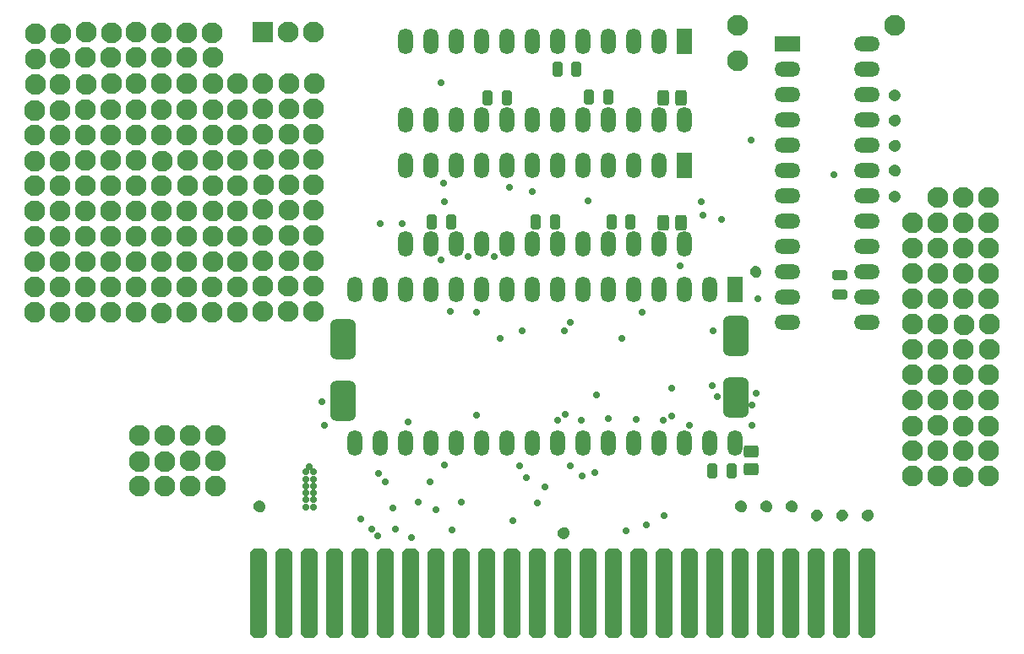
<source format=gbs>
G04*
G04 #@! TF.GenerationSoftware,Altium Limited,Altium Designer,19.0.7 (175)*
G04*
G04 Layer_Color=16711935*
%FSLAX25Y25*%
%MOIN*%
G70*
G01*
G75*
%ADD11C,0.02362*%
%ADD12R,0.00787X0.00787*%
%ADD13R,0.00787X0.00787*%
G04:AMPARAMS|DCode=15|XSize=69.94mil|YSize=353.94mil|CornerRadius=0mil|HoleSize=0mil|Usage=FLASHONLY|Rotation=0.000|XOffset=0mil|YOffset=0mil|HoleType=Round|Shape=Octagon|*
%AMOCTAGOND15*
4,1,8,-0.01748,0.17697,0.01748,0.17697,0.03497,0.15948,0.03497,-0.15948,0.01748,-0.17697,-0.01748,-0.17697,-0.03497,-0.15948,-0.03497,0.15948,-0.01748,0.17697,0.0*
%
%ADD15OCTAGOND15*%

%ADD16C,0.08268*%
%ADD17R,0.08268X0.08268*%
%ADD18O,0.05906X0.10236*%
%ADD19R,0.05906X0.10236*%
%ADD20R,0.10236X0.05906*%
%ADD21O,0.10236X0.05906*%
%ADD22C,0.02756*%
G04:AMPARAMS|DCode=43|XSize=59.06mil|YSize=41.34mil|CornerRadius=11.32mil|HoleSize=0mil|Usage=FLASHONLY|Rotation=270.000|XOffset=0mil|YOffset=0mil|HoleType=Round|Shape=RoundedRectangle|*
%AMROUNDEDRECTD43*
21,1,0.05906,0.01870,0,0,270.0*
21,1,0.03642,0.04134,0,0,270.0*
1,1,0.02264,-0.00935,-0.01821*
1,1,0.02264,-0.00935,0.01821*
1,1,0.02264,0.00935,0.01821*
1,1,0.02264,0.00935,-0.01821*
%
%ADD43ROUNDEDRECTD43*%
G04:AMPARAMS|DCode=44|XSize=62.99mil|YSize=49.21mil|CornerRadius=14.27mil|HoleSize=0mil|Usage=FLASHONLY|Rotation=90.000|XOffset=0mil|YOffset=0mil|HoleType=Round|Shape=RoundedRectangle|*
%AMROUNDEDRECTD44*
21,1,0.06299,0.02067,0,0,90.0*
21,1,0.03445,0.04921,0,0,90.0*
1,1,0.02854,0.01034,0.01722*
1,1,0.02854,0.01034,-0.01722*
1,1,0.02854,-0.01034,-0.01722*
1,1,0.02854,-0.01034,0.01722*
%
%ADD44ROUNDEDRECTD44*%
G04:AMPARAMS|DCode=45|XSize=62.99mil|YSize=49.21mil|CornerRadius=14.27mil|HoleSize=0mil|Usage=FLASHONLY|Rotation=180.000|XOffset=0mil|YOffset=0mil|HoleType=Round|Shape=RoundedRectangle|*
%AMROUNDEDRECTD45*
21,1,0.06299,0.02067,0,0,180.0*
21,1,0.03445,0.04921,0,0,180.0*
1,1,0.02854,-0.01722,0.01034*
1,1,0.02854,0.01722,0.01034*
1,1,0.02854,0.01722,-0.01034*
1,1,0.02854,-0.01722,-0.01034*
%
%ADD45ROUNDEDRECTD45*%
G04:AMPARAMS|DCode=46|XSize=100.39mil|YSize=161.42mil|CornerRadius=26.08mil|HoleSize=0mil|Usage=FLASHONLY|Rotation=0.000|XOffset=0mil|YOffset=0mil|HoleType=Round|Shape=RoundedRectangle|*
%AMROUNDEDRECTD46*
21,1,0.10039,0.10925,0,0,0.0*
21,1,0.04823,0.16142,0,0,0.0*
1,1,0.05217,0.02411,-0.05463*
1,1,0.05217,-0.02411,-0.05463*
1,1,0.05217,-0.02411,0.05463*
1,1,0.05217,0.02411,0.05463*
%
%ADD46ROUNDEDRECTD46*%
G04:AMPARAMS|DCode=47|XSize=59.06mil|YSize=41.34mil|CornerRadius=11.32mil|HoleSize=0mil|Usage=FLASHONLY|Rotation=0.000|XOffset=0mil|YOffset=0mil|HoleType=Round|Shape=RoundedRectangle|*
%AMROUNDEDRECTD47*
21,1,0.05906,0.01870,0,0,0.0*
21,1,0.03642,0.04134,0,0,0.0*
1,1,0.02264,0.01821,-0.00935*
1,1,0.02264,-0.01821,-0.00935*
1,1,0.02264,-0.01821,0.00935*
1,1,0.02264,0.01821,0.00935*
%
%ADD47ROUNDEDRECTD47*%
D11*
X216850Y-206991D02*
X216406Y-206067D01*
X215406Y-205839D01*
X214605Y-206478D01*
Y-207503D01*
X215406Y-208142D01*
X216406Y-207914D01*
X216850Y-206991D01*
X292707Y-103937D02*
X292262Y-103014D01*
X291263Y-102786D01*
X290462Y-103425D01*
Y-104449D01*
X291263Y-105088D01*
X292262Y-104860D01*
X292707Y-103937D01*
X347638Y-74114D02*
X347193Y-73191D01*
X346194Y-72963D01*
X345393Y-73602D01*
Y-74627D01*
X346194Y-75266D01*
X347193Y-75038D01*
X347638Y-74114D01*
Y-63878D02*
X347193Y-62954D01*
X346194Y-62726D01*
X345393Y-63366D01*
Y-64390D01*
X346194Y-65029D01*
X347193Y-64801D01*
X347638Y-63878D01*
Y-54035D02*
X347193Y-53112D01*
X346194Y-52884D01*
X345393Y-53523D01*
Y-54548D01*
X346194Y-55187D01*
X347193Y-54959D01*
X347638Y-54035D01*
Y-43996D02*
X347193Y-43073D01*
X346194Y-42845D01*
X345393Y-43484D01*
Y-44508D01*
X346194Y-45148D01*
X347193Y-44919D01*
X347638Y-43996D01*
X347539Y-34095D02*
X347095Y-33171D01*
X346095Y-32943D01*
X345294Y-33582D01*
Y-34607D01*
X346095Y-35246D01*
X347095Y-35018D01*
X347539Y-34095D01*
X96850Y-196555D02*
X96406Y-195632D01*
X95407Y-195404D01*
X94605Y-196043D01*
Y-197068D01*
X95407Y-197707D01*
X96406Y-197478D01*
X96850Y-196555D01*
X316831Y-200000D02*
X316386Y-199077D01*
X315387Y-198848D01*
X314585Y-199487D01*
Y-200513D01*
X315387Y-201151D01*
X316386Y-200923D01*
X316831Y-200000D01*
X326772Y-200020D02*
X326327Y-199096D01*
X325328Y-198868D01*
X324526Y-199507D01*
Y-200532D01*
X325328Y-201171D01*
X326327Y-200943D01*
X326772Y-200020D01*
X286850Y-196555D02*
X286406Y-195632D01*
X285406Y-195404D01*
X284605Y-196043D01*
Y-197068D01*
X285406Y-197707D01*
X286406Y-197478D01*
X286850Y-196555D01*
X296850D02*
X296406Y-195632D01*
X295407Y-195404D01*
X294605Y-196043D01*
Y-197068D01*
X295407Y-197707D01*
X296406Y-197478D01*
X296850Y-196555D01*
X306850D02*
X306406Y-195632D01*
X305406Y-195404D01*
X304605Y-196043D01*
Y-197068D01*
X305406Y-197707D01*
X306406Y-197478D01*
X306850Y-196555D01*
X336850Y-200000D02*
X336406Y-199077D01*
X335406Y-198848D01*
X334605Y-199487D01*
Y-200513D01*
X335406Y-201151D01*
X336406Y-200923D01*
X336850Y-200000D01*
D12*
X290050Y-103937D02*
D03*
X344980Y-43996D02*
D03*
X344882Y-34095D02*
D03*
X314173Y-200000D02*
D03*
X304193Y-196555D02*
D03*
D13*
X215669Y-208467D02*
D03*
X346457Y-75590D02*
D03*
Y-65354D02*
D03*
Y-55512D02*
D03*
X95669Y-198031D02*
D03*
X325590Y-201496D02*
D03*
X285669Y-198031D02*
D03*
X295669D02*
D03*
X335669Y-201476D02*
D03*
D15*
Y-231102D02*
D03*
X325669D02*
D03*
X315669D02*
D03*
X305669D02*
D03*
X295669D02*
D03*
X285669D02*
D03*
X275669D02*
D03*
X265669D02*
D03*
X255669D02*
D03*
X245669D02*
D03*
X235669D02*
D03*
X225669D02*
D03*
X215669D02*
D03*
X205669D02*
D03*
X195669D02*
D03*
X185669D02*
D03*
X175669D02*
D03*
X165669D02*
D03*
X155669D02*
D03*
X145669D02*
D03*
X135669D02*
D03*
X125669D02*
D03*
X115669D02*
D03*
X105669D02*
D03*
X95669D02*
D03*
D16*
X117323Y-9139D02*
D03*
X107323D02*
D03*
X77497Y-19443D02*
D03*
X7480Y-19814D02*
D03*
X27528Y-30000D02*
D03*
X17351Y-29921D02*
D03*
X7607Y-30000D02*
D03*
X57323Y-19449D02*
D03*
X67323D02*
D03*
X47323D02*
D03*
X37323Y-19443D02*
D03*
X27323Y-19377D02*
D03*
X17323Y-19715D02*
D03*
X27716Y-9456D02*
D03*
X17717Y-9793D02*
D03*
X7717Y-9817D02*
D03*
X284646Y-20472D02*
D03*
X37402Y-9614D02*
D03*
Y-29606D02*
D03*
X47323Y-9437D02*
D03*
X47146Y-29528D02*
D03*
X57323Y-29606D02*
D03*
X67323D02*
D03*
X77559D02*
D03*
X87323D02*
D03*
X117531Y-29528D02*
D03*
X107418D02*
D03*
X97244Y-29606D02*
D03*
X373622Y-74646D02*
D03*
X383622Y-74724D02*
D03*
Y-84720D02*
D03*
X373622D02*
D03*
Y-104724D02*
D03*
X383622D02*
D03*
Y-94724D02*
D03*
X373622D02*
D03*
Y-134724D02*
D03*
X383796D02*
D03*
X383622Y-144653D02*
D03*
X373622Y-144718D02*
D03*
X373796Y-124986D02*
D03*
X383796Y-124661D02*
D03*
X383622Y-114772D02*
D03*
X373622D02*
D03*
Y-174724D02*
D03*
X383622D02*
D03*
Y-184724D02*
D03*
X373622Y-185029D02*
D03*
Y-164803D02*
D03*
X383622D02*
D03*
Y-154704D02*
D03*
X373622Y-154724D02*
D03*
X353581D02*
D03*
X363622Y-154704D02*
D03*
Y-164724D02*
D03*
X353581Y-164803D02*
D03*
Y-184724D02*
D03*
X363622D02*
D03*
Y-174724D02*
D03*
X353622D02*
D03*
Y-114724D02*
D03*
X363622D02*
D03*
Y-124724D02*
D03*
X353622D02*
D03*
Y-144718D02*
D03*
X363622Y-144724D02*
D03*
Y-134724D02*
D03*
X353622D02*
D03*
Y-94724D02*
D03*
X363622D02*
D03*
Y-104724D02*
D03*
X353622Y-104718D02*
D03*
Y-84724D02*
D03*
X363622D02*
D03*
Y-74724D02*
D03*
X284646Y-6693D02*
D03*
X346457Y-6693D02*
D03*
X97244Y-39528D02*
D03*
X107418Y-39521D02*
D03*
X117244Y-39528D02*
D03*
X97418Y-69528D02*
D03*
X107418D02*
D03*
X117244D02*
D03*
Y-79528D02*
D03*
X107418Y-79521D02*
D03*
X97244Y-79456D02*
D03*
X97418Y-59464D02*
D03*
X107418Y-59528D02*
D03*
X117244D02*
D03*
Y-49528D02*
D03*
X107418D02*
D03*
X97244Y-49575D02*
D03*
Y-109528D02*
D03*
X107244D02*
D03*
X117244Y-109646D02*
D03*
Y-119528D02*
D03*
X107244D02*
D03*
X97244D02*
D03*
Y-99606D02*
D03*
X107418D02*
D03*
X117244Y-99528D02*
D03*
Y-89507D02*
D03*
X107418Y-89528D02*
D03*
X97244Y-89507D02*
D03*
X7323Y-40211D02*
D03*
X17323Y-40187D02*
D03*
X27323Y-39850D02*
D03*
X37323Y-39915D02*
D03*
X47323Y-39921D02*
D03*
X7323Y-69921D02*
D03*
X17323D02*
D03*
X27323D02*
D03*
X37323D02*
D03*
X47323D02*
D03*
Y-79921D02*
D03*
X37323Y-79915D02*
D03*
X27323Y-79850D02*
D03*
X17323Y-79921D02*
D03*
X7323D02*
D03*
Y-60183D02*
D03*
X17323D02*
D03*
X27323Y-59858D02*
D03*
X37323Y-59921D02*
D03*
X47323D02*
D03*
Y-49921D02*
D03*
X37323D02*
D03*
X27323D02*
D03*
X17323D02*
D03*
X7323D02*
D03*
Y-110039D02*
D03*
X17323Y-109921D02*
D03*
X27323D02*
D03*
X37323D02*
D03*
X47323D02*
D03*
Y-119921D02*
D03*
X37281D02*
D03*
X27323D02*
D03*
X17323D02*
D03*
X7323D02*
D03*
Y-100000D02*
D03*
X17323D02*
D03*
X27282Y-99921D02*
D03*
X37281Y-100000D02*
D03*
X47323Y-99921D02*
D03*
Y-89901D02*
D03*
X37281Y-89921D02*
D03*
X27323Y-89901D02*
D03*
X17323Y-89921D02*
D03*
X7323D02*
D03*
X57323D02*
D03*
X67323Y-89901D02*
D03*
X77497Y-89921D02*
D03*
X87323Y-89901D02*
D03*
Y-99921D02*
D03*
X77497Y-100000D02*
D03*
X67323D02*
D03*
X57323D02*
D03*
Y-120226D02*
D03*
X67323Y-119921D02*
D03*
X77323D02*
D03*
X87323D02*
D03*
Y-110039D02*
D03*
X77323Y-109921D02*
D03*
X67323D02*
D03*
X57323D02*
D03*
Y-49969D02*
D03*
X67323D02*
D03*
X77497Y-49921D02*
D03*
X87323D02*
D03*
Y-59921D02*
D03*
X77497D02*
D03*
X67497Y-59858D02*
D03*
X57497Y-60183D02*
D03*
X57323Y-79915D02*
D03*
X67323Y-79850D02*
D03*
X77497Y-79915D02*
D03*
X87323Y-79921D02*
D03*
Y-69921D02*
D03*
X77497D02*
D03*
X67497D02*
D03*
X57323D02*
D03*
X87323Y-39921D02*
D03*
X77497Y-39915D02*
D03*
X67323Y-39921D02*
D03*
X57323D02*
D03*
X77323Y-9614D02*
D03*
X67323D02*
D03*
X57323Y-9536D02*
D03*
X48487Y-168656D02*
D03*
X58486D02*
D03*
X68486D02*
D03*
X78487D02*
D03*
Y-178656D02*
D03*
X68486Y-178593D02*
D03*
X58486Y-178918D02*
D03*
X48487D02*
D03*
X78487Y-188656D02*
D03*
X68486D02*
D03*
X58486D02*
D03*
X48487D02*
D03*
D17*
X97323Y-9139D02*
D03*
D18*
X153543Y-44094D02*
D03*
X163543D02*
D03*
X173543D02*
D03*
X183543D02*
D03*
X193543D02*
D03*
X203543D02*
D03*
X213543D02*
D03*
X223543D02*
D03*
X233543D02*
D03*
X243543D02*
D03*
X253543D02*
D03*
X263543D02*
D03*
X153543Y-12992D02*
D03*
X163543D02*
D03*
X173543D02*
D03*
X183543D02*
D03*
X193543D02*
D03*
X203543D02*
D03*
X213543D02*
D03*
X223543D02*
D03*
X233543D02*
D03*
X243543D02*
D03*
X253543D02*
D03*
X153543Y-92913D02*
D03*
X163543D02*
D03*
X173543D02*
D03*
X183543D02*
D03*
X193543D02*
D03*
X203543D02*
D03*
X213543D02*
D03*
X223543D02*
D03*
X233543D02*
D03*
X243543D02*
D03*
X253543D02*
D03*
X263543D02*
D03*
X153543Y-61811D02*
D03*
X163543D02*
D03*
X173543D02*
D03*
X183543D02*
D03*
X193543D02*
D03*
X203543D02*
D03*
X213543D02*
D03*
X223543D02*
D03*
X233543D02*
D03*
X243543D02*
D03*
X253543D02*
D03*
X273543Y-111024D02*
D03*
X263543D02*
D03*
X253543D02*
D03*
X243543D02*
D03*
X233543D02*
D03*
X223543D02*
D03*
X213543D02*
D03*
X203543D02*
D03*
X193543D02*
D03*
X183543D02*
D03*
X173543D02*
D03*
X163543D02*
D03*
X153543D02*
D03*
X143543D02*
D03*
X133543D02*
D03*
X283543Y-171653D02*
D03*
X273543D02*
D03*
X263543D02*
D03*
X253543D02*
D03*
X243543D02*
D03*
X233543D02*
D03*
X223543D02*
D03*
X213543D02*
D03*
X203543D02*
D03*
X193543D02*
D03*
X183543D02*
D03*
X173543D02*
D03*
X163543D02*
D03*
X153543D02*
D03*
X143543D02*
D03*
X133543D02*
D03*
D19*
X263543Y-12992D02*
D03*
Y-61811D02*
D03*
X283543Y-111024D02*
D03*
D20*
X304331Y-14095D02*
D03*
D21*
Y-24094D02*
D03*
Y-34095D02*
D03*
Y-44094D02*
D03*
Y-54094D02*
D03*
Y-64095D02*
D03*
Y-74094D02*
D03*
Y-84095D02*
D03*
Y-94095D02*
D03*
Y-104095D02*
D03*
Y-114094D02*
D03*
Y-124094D02*
D03*
X335433Y-14095D02*
D03*
Y-24094D02*
D03*
Y-34095D02*
D03*
Y-44094D02*
D03*
Y-54094D02*
D03*
Y-64095D02*
D03*
Y-74094D02*
D03*
Y-84095D02*
D03*
Y-94095D02*
D03*
Y-104095D02*
D03*
Y-114094D02*
D03*
Y-124094D02*
D03*
D22*
X322441Y-65748D02*
D03*
X278346Y-83276D02*
D03*
X167677Y-29298D02*
D03*
X274444Y-148819D02*
D03*
X154724Y-163386D02*
D03*
X276696Y-153205D02*
D03*
X258661Y-150000D02*
D03*
X228740Y-152756D02*
D03*
X274902Y-127166D02*
D03*
X261856Y-101575D02*
D03*
X168506Y-68939D02*
D03*
X194674Y-70472D02*
D03*
X290249Y-164559D02*
D03*
X292520Y-114724D02*
D03*
X290158Y-156693D02*
D03*
X291779Y-151969D02*
D03*
X258661Y-161024D02*
D03*
X289764Y-51968D02*
D03*
X203543Y-72441D02*
D03*
X225590Y-75984D02*
D03*
X152362Y-85039D02*
D03*
X143543D02*
D03*
X265417Y-164567D02*
D03*
X270168Y-76144D02*
D03*
X270962Y-81496D02*
D03*
X121653Y-164559D02*
D03*
X120472Y-155317D02*
D03*
X244488Y-162205D02*
D03*
X246850Y-120079D02*
D03*
X190945Y-130315D02*
D03*
X171260Y-119685D02*
D03*
X181496Y-120079D02*
D03*
X238976Y-130315D02*
D03*
X168898Y-76378D02*
D03*
X199606Y-127166D02*
D03*
X216141D02*
D03*
X216535Y-160236D02*
D03*
X114136Y-196850D02*
D03*
X208661Y-188976D02*
D03*
X117323Y-185827D02*
D03*
X201181Y-185433D02*
D03*
X115669Y-181102D02*
D03*
X135827Y-201575D02*
D03*
X205669Y-195433D02*
D03*
X223228Y-184646D02*
D03*
X218504Y-180709D02*
D03*
X114136Y-183071D02*
D03*
X196063Y-202362D02*
D03*
X117323Y-188583D02*
D03*
X222835Y-162598D02*
D03*
X240551Y-206299D02*
D03*
X248425Y-203937D02*
D03*
X114136Y-185827D02*
D03*
X145669Y-187008D02*
D03*
X155905Y-209055D02*
D03*
X255512Y-200394D02*
D03*
X114136Y-188583D02*
D03*
X181496Y-160630D02*
D03*
X142520Y-208268D02*
D03*
X175669Y-194961D02*
D03*
X149606Y-205512D02*
D03*
X117323Y-183071D02*
D03*
X114136Y-191339D02*
D03*
X172047Y-205906D02*
D03*
X117323Y-191339D02*
D03*
Y-196850D02*
D03*
X255118Y-162598D02*
D03*
X114136Y-194095D02*
D03*
X117323D02*
D03*
X165669Y-198110D02*
D03*
X140157Y-205512D02*
D03*
X142913Y-183465D02*
D03*
X218504Y-124016D02*
D03*
X167618Y-99213D02*
D03*
X188583Y-98032D02*
D03*
X178347D02*
D03*
X163386Y-187008D02*
D03*
X158661Y-194882D02*
D03*
X168898Y-180315D02*
D03*
X148425Y-197244D02*
D03*
X233543Y-161811D02*
D03*
X213543Y-162598D02*
D03*
X228346Y-183446D02*
D03*
X198425Y-180709D02*
D03*
D43*
X221063Y-23941D02*
D03*
X213583D02*
D03*
X234842Y-84252D02*
D03*
X242323D02*
D03*
X226063Y-35039D02*
D03*
X233543D02*
D03*
X163976Y-84252D02*
D03*
X171457D02*
D03*
X186024Y-35433D02*
D03*
X193504D02*
D03*
X204921Y-84252D02*
D03*
X212402D02*
D03*
X274606Y-182612D02*
D03*
X282087D02*
D03*
D44*
X262205Y-84646D02*
D03*
X255118D02*
D03*
X262205Y-35433D02*
D03*
X255118D02*
D03*
D45*
X289977Y-174814D02*
D03*
Y-181901D02*
D03*
D46*
X128740Y-130709D02*
D03*
Y-155118D02*
D03*
X283858Y-129134D02*
D03*
Y-153543D02*
D03*
D47*
X324982Y-112795D02*
D03*
Y-105315D02*
D03*
M02*

</source>
